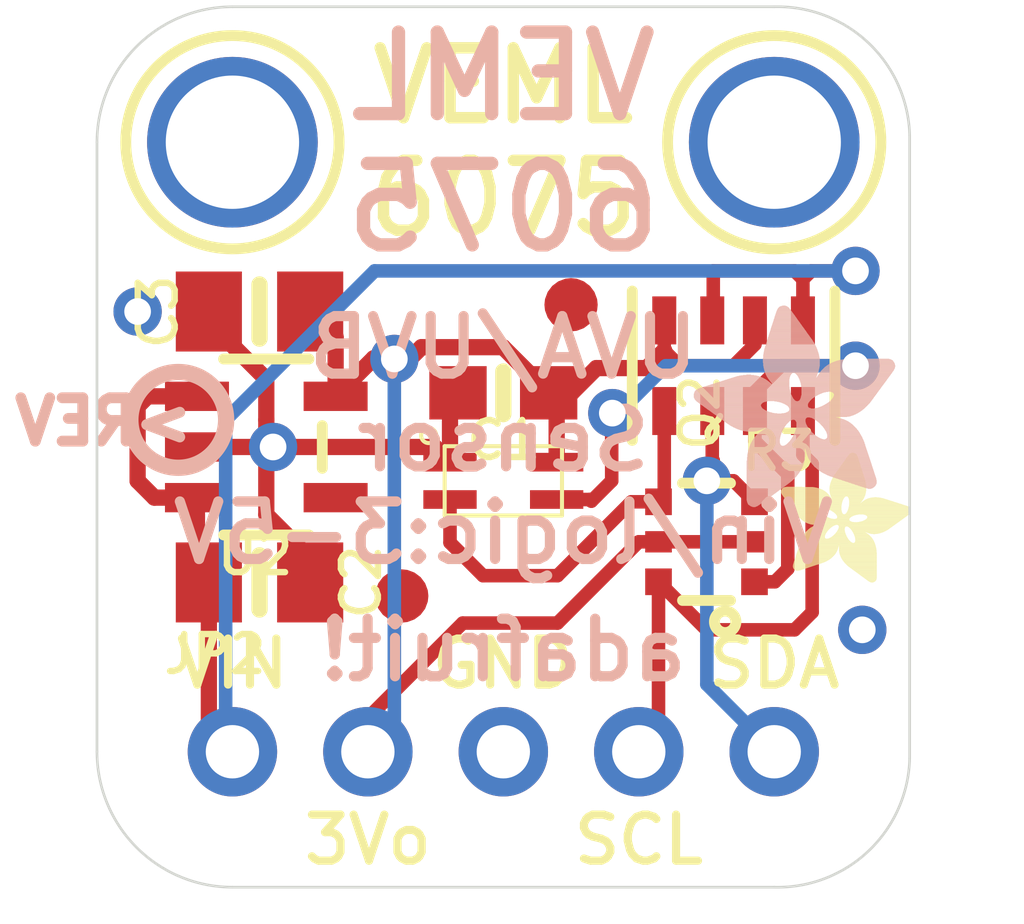
<source format=kicad_pcb>
(kicad_pcb (version 20211014) (generator pcbnew)
  (layers (0 "F.Cu" signal) (31 "B.Cu" signal) (34 "B.Paste" user) (35 "F.Paste" user) (36 "B.SilkS" user "B.Silkscreen") (37 "F.SilkS" user "F.Silkscreen") (38 "B.Mask" user) (39 "F.Mask" user) (44 "Edge.Cuts" user))
  (net 0 "")
  (net 1 "GND")
  (net 2 "SDA")
  (net 3 "SCL")
  (net 4 "VIN")
  (net 5 "SCL_3V")
  (net 6 "SDA_3V")
  (net 7 "3.3V")
  (footprint "boardEagle:FIDUCIAL_1MM" (layer "F.Cu") (at 146.5961 107.7976)
    (fp_text reference "FID2" hide)
    (fp_text value "FIDUCIAL_1MM" hide)
    (pad "1" smd roundrect (at 0 0) (size 1 1) (layers "F.Cu" "F.Mask") (roundrect_rratio 0.5))
  )
  (footprint "boardEagle:0805-NO" (layer "F.Cu") (at 143.9291 107.5436)
    (fp_text reference "C2" (at 1.905 -0.762 90) (layer "F.SilkS") (effects (font (size 0.692831 0.692831) (thickness 0.119969)) (justify right)))
    (fp_text value "10uF")
    (pad "1" smd rect (at -0.95 0) (size 1.24 1.5) (layers "F.Cu" "F.Paste" "F.Mask") (net 4 "VIN"))
    (pad "2" smd rect (at 0.95 0) (size 1.24 1.5) (layers "F.Cu" "F.Paste" "F.Mask") (net 1 "GND"))
  )
  (footprint "boardEagle:SOT23-5" (layer "F.Cu") (at 144.0561 105.0036 -90)
    (fp_text reference "U2" (at 2.032 -0.562) (layer "F.SilkS") (effects (font (size 0.692831 0.692831) (thickness 0.119969)) (justify right)))
    (fp_text value "MIC5225-3.3")
    (pad "1" smd rect (at -0.95 1.3001 270) (size 0.55 1.2) (layers "F.Cu" "F.Paste" "F.Mask") (net 4 "VIN"))
    (pad "2" smd rect (at 0 1.3001 270) (size 0.55 1.2) (layers "F.Cu" "F.Paste" "F.Mask") (net 1 "GND"))
    (pad "3" smd rect (at 0.95 1.3001 270) (size 0.55 1.2) (layers "F.Cu" "F.Paste" "F.Mask") (net 4 "VIN"))
    (pad "4" smd rect (at 0.95 -1.3001 270) (size 0.55 1.2) (layers "F.Cu" "F.Paste" "F.Mask"))
    (pad "5" smd rect (at -0.95 -1.3001 270) (size 0.55 1.2) (layers "F.Cu" "F.Paste" "F.Mask") (net 7 "3.3V"))
  )
  (footprint "boardEagle:0805-NO" (layer "F.Cu") (at 143.9291 102.4636 180)
    (fp_text reference "C3" (at 1.905 -0.762 90) (layer "F.SilkS") (effects (font (size 0.692831 0.692831) (thickness 0.119969)) (justify left)))
    (fp_text value "10uF")
    (pad "1" smd rect (at -0.95 0 180) (size 1.24 1.5) (layers "F.Cu" "F.Paste" "F.Mask") (net 7 "3.3V"))
    (pad "2" smd rect (at 0.95 0 180) (size 1.24 1.5) (layers "F.Cu" "F.Paste" "F.Mask") (net 1 "GND"))
  )
  (footprint "boardEagle:MOUNTINGHOLE_2.5_PLATED" (layer "F.Cu") (at 143.4211 99.2886)
    (fp_text reference "U$3" hide)
    (fp_text value "MOUNTINGHOLE2.5" hide)
    (pad "P$1" thru_hole circle (at 0 0) (size 3.2 3.2) (drill 2.5) (layers *.Cu *.Mask))
  )
  (footprint "boardEagle:MOUNTINGHOLE_2.5_PLATED" (layer "F.Cu") (at 153.5811 99.2886)
    (fp_text reference "U$4" hide)
    (fp_text value "MOUNTINGHOLE2.5" hide)
    (pad "P$1" thru_hole circle (at 0 0) (size 3.2 3.2) (drill 2.5) (layers *.Cu *.Mask))
  )
  (footprint "boardEagle:VEML6075" (layer "F.Cu") (at 148.5011 105.6386)
    (fp_text reference "U$12" hide)
    (fp_text value "VEML6075" hide)
    (pad "1" smd rect (at -1 -0.35) (size 1 0.35) (layers "F.Cu" "F.Paste" "F.Mask") (net 1 "GND"))
    (pad "2" smd rect (at -1 0.35) (size 1 0.35) (layers "F.Cu" "F.Paste" "F.Mask") (net 6 "SDA_3V"))
    (pad "3" smd rect (at 1 0.35) (size 1 0.35) (layers "F.Cu" "F.Paste" "F.Mask") (net 5 "SCL_3V"))
    (pad "4" smd rect (at 1 -0.35) (size 1 0.35) (layers "F.Cu" "F.Paste" "F.Mask") (net 7 "3.3V"))
  )
  (footprint "boardEagle:0603-NO" (layer "F.Cu") (at 148.5011 103.9876 180)
    (fp_text reference "C1" (at -0.762 -0.889) (layer "F.SilkS") (effects (font (size 0.692831 0.692831) (thickness 0.119969)) (justify right)))
    (fp_text value "0.1uF")
    (pad "1" smd rect (at -0.85 0 180) (size 1.075 1) (layers "F.Cu" "F.Paste" "F.Mask") (net 7 "3.3V"))
    (pad "2" smd rect (at 0.85 0 180) (size 1.075 1) (layers "F.Cu" "F.Paste" "F.Mask") (net 1 "GND"))
  )
  (footprint "boardEagle:RESPACK_4X0603" (layer "F.Cu") (at 152.8191 103.4796 180)
    (fp_text reference "R3" (at -1.6 -1.6) (layer "F.SilkS") (effects (font (size 0.692831 0.692831) (thickness 0.119969)) (justify right)))
    (fp_text value "10K")
    (pad "1" smd rect (at -1.3 0.85 180) (size 0.45 0.9) (layers "F.Cu" "F.Paste" "F.Mask") (net 4 "VIN"))
    (pad "2" smd rect (at -0.4 0.85 180) (size 0.45 0.9) (layers "F.Cu" "F.Paste" "F.Mask") (net 7 "3.3V"))
    (pad "3" smd rect (at 0.4 0.85 180) (size 0.45 0.9) (layers "F.Cu" "F.Paste" "F.Mask") (net 4 "VIN"))
    (pad "4" smd rect (at 1.3 0.85 180) (size 0.45 0.9) (layers "F.Cu" "F.Paste" "F.Mask") (net 7 "3.3V"))
    (pad "5" smd rect (at 1.3 -0.85 180) (size 0.45 0.9) (layers "F.Cu" "F.Paste" "F.Mask") (net 6 "SDA_3V"))
    (pad "6" smd rect (at 0.4 -0.85 180) (size 0.45 0.9) (layers "F.Cu" "F.Paste" "F.Mask") (net 2 "SDA"))
    (pad "7" smd rect (at -0.4 -0.85 180) (size 0.45 0.9) (layers "F.Cu" "F.Paste" "F.Mask") (net 5 "SCL_3V"))
    (pad "8" smd rect (at -1.3 -0.85 180) (size 0.45 0.9) (layers "F.Cu" "F.Paste" "F.Mask") (net 3 "SCL"))
  )
  (footprint "boardEagle:1X05_ROUND" (layer "F.Cu") (at 148.5011 110.7186)
    (fp_text reference "JP2" (at -6.4262 -1.8288) (layer "F.SilkS") (effects (font (size 0.692831 0.692831) (thickness 0.119969)) (justify left)))
    (fp_text value "")
    (pad "1" thru_hole circle (at -5.08 0 90) (size 1.6764 1.6764) (drill 1) (layers *.Cu *.Mask) (net 4 "VIN"))
    (pad "2" thru_hole circle (at -2.54 0 90) (size 1.6764 1.6764) (drill 1) (layers *.Cu *.Mask) (net 7 "3.3V"))
    (pad "3" thru_hole circle (at 0 0 90) (size 1.6764 1.6764) (drill 1) (layers *.Cu *.Mask) (net 1 "GND"))
    (pad "4" thru_hole circle (at 2.54 0 90) (size 1.6764 1.6764) (drill 1) (layers *.Cu *.Mask) (net 3 "SCL"))
    (pad "5" thru_hole circle (at 5.08 0 90) (size 1.6764 1.6764) (drill 1) (layers *.Cu *.Mask) (net 2 "SDA"))
  )
  (footprint "boardEagle:SOT363" (layer "F.Cu") (at 152.3111 106.7816 90)
    (fp_text reference "Q2" (at 1.651 -0.127 90) (layer "F.SilkS") (effects (font (size 0.692831 0.692831) (thickness 0.119969)) (justify left)))
    (fp_text value "2N7002D")
    (pad "1" smd rect (at -0.75 0.9 90) (size 0.5 0.5) (layers "F.Cu" "F.Paste" "F.Mask") (net 5 "SCL_3V"))
    (pad "2" smd rect (at 0 0.9 90) (size 0.4 0.5) (layers "F.Cu" "F.Paste" "F.Mask") (net 7 "3.3V"))
    (pad "3" smd rect (at 0.75 0.9 90) (size 0.5 0.5) (layers "F.Cu" "F.Paste" "F.Mask") (net 2 "SDA"))
    (pad "4" smd rect (at 0.75 -0.9 90) (size 0.5 0.5) (layers "F.Cu" "F.Paste" "F.Mask") (net 6 "SDA_3V"))
    (pad "5" smd rect (at 0 -0.9 90) (size 0.4 0.5) (layers "F.Cu" "F.Paste" "F.Mask") (net 7 "3.3V"))
    (pad "6" smd rect (at -0.75 -0.9 90) (size 0.5 0.5) (layers "F.Cu" "F.Paste" "F.Mask") (net 3 "SCL"))
  )
  (footprint "boardEagle:FIDUCIAL_1MM" (layer "F.Cu") (at 149.7711 102.3366)
    (fp_text reference "FID1" hide)
    (fp_text value "FIDUCIAL_1MM" hide)
    (pad "1" smd roundrect (at 0 0) (size 1 1) (layers "F.Cu" "F.Mask") (roundrect_rratio 0.5))
  )
  (footprint "boardEagle:ADAFRUIT_2.5MM" (layer "F.Cu") (at 153.7081 107.5436)
    (fp_text reference "U$8" hide)
    (fp_text value "" hide)
  )
  (footprint "boardEagle:ADAFRUIT_3.5MM" (layer "B.Cu") (at 155.8671 106.1466 180)
    (fp_text reference "U$1" hide)
    (fp_text value "" hide)
  )
  (footprint "boardEagle:PCBFEAT-REV-040" (layer "B.Cu") (at 142.4051 104.4956 180)
    (fp_text reference "U$27" hide)
    (fp_text value "" hide)
    (fp_text user ">REV" (at -0.3556 -0.508) (layer "B.SilkS") (effects (font (size 0.8128 0.8128) (thickness 0.2032)) (justify left bottom mirror)))
  )
  (gr_line (start 153.5811 113.2586) (end 143.4211 113.2586) (layer "Edge.Cuts") (width 0.05))
  (gr_line (start 140.8811 110.7186) (end 140.8811 99.2886) (layer "Edge.Cuts") (width 0.05))
  (gr_arc (start 153.5811 96.7486) (mid 155.350849 97.429049) (end 156.1211 99.1616) (layer "Edge.Cuts") (width 0.05))
  (gr_arc (start 140.8811 99.2886) (mid 141.625049 97.492549) (end 143.4211 96.7486) (layer "Edge.Cuts") (width 0.05))
  (gr_arc (start 143.4211 113.2586) (mid 141.625049 112.514651) (end 140.8811 110.7186) (layer "Edge.Cuts") (width 0.05))
  (gr_arc (start 156.1211 110.8456) (mid 155.350849 112.578151) (end 153.5811 113.2586) (layer "Edge.Cuts") (width 0.05))
  (gr_line (start 156.1211 99.1616) (end 156.1211 110.8456) (layer "Edge.Cuts") (width 0.05))
  (gr_line (start 143.4211 96.7486) (end 153.5811 96.7486) (layer "Edge.Cuts") (width 0.05))
  (gr_text "VEML\n6075" (at 148.5011 99.2886) (layer "B.SilkS") (effects (font (size 1.52908 1.52908) (thickness 0.24892)) (justify mirror)))
  (gr_text "UVA/UVB\nSensor\nVin/logic:3-5V" (at 148.5011 104.8766) (layer "B.SilkS") (effects (font (size 1.0795 1.0795) (thickness 0.1905)) (justify mirror)))
  (gr_text "adafruit!" (at 148.5011 108.8136) (layer "B.SilkS") (effects (font (size 1.0795 1.0795) (thickness 0.1905)) (justify mirror)))
  (gr_text "SDA" (at 153.5811 109.0676) (layer "F.SilkS") (effects (font (size 0.8636 0.8636) (thickness 0.1524))))
  (gr_text "3Vo" (at 145.9611 112.3696) (layer "F.SilkS") (effects (font (size 0.8636 0.8636) (thickness 0.1524))))
  (gr_text "SCL" (at 151.0411 112.3696) (layer "F.SilkS") (effects (font (size 0.8636 0.8636) (thickness 0.1524))))
  (gr_text "VIN" (at 143.4211 109.0676) (layer "F.SilkS") (effects (font (size 0.8636 0.8636) (thickness 0.1524))))
  (gr_text "VEML\n6075" (at 148.5011 99.2886) (layer "F.SilkS") (effects (font (size 1.31064 1.31064) (thickness 0.21336))))
  (gr_text "GND" (at 148.5011 109.0676) (layer "F.SilkS") (effects (font (size 0.8636 0.8636) (thickness 0.1524))))
  (segment (start 144.8791 107.5436) (end 144.8791 107.0966) (width 0.3048) (layer "F.Cu") (net 1))
  (segment (start 144.8791 107.0966) (end 144.0561 106.2736) (width 0.3048) (layer "F.Cu") (net 1))
  (segment (start 147.5011 105.2886) (end 147.5011 104.1376) (width 0.3048) (layer "F.Cu") (net 1))
  (segment (start 144.0561 104.4956) (end 144.0561 103.7336) (width 0.3048) (layer "F.Cu") (net 1))
  (segment (start 147.5011 105.2886) (end 147.2161 105.0036) (width 0.3048) (layer "F.Cu") (net 1))
  (segment (start 142.756 105.0036) (end 144.0561 105.0036) (width 0.3048) (layer "F.Cu") (net 1))
  (segment (start 144.0561 105.0036) (end 144.0561 104.4956) (width 0.3048) (layer "F.Cu") (net 1))
  (segment (start 142.9791 102.6566) (end 142.9791 102.4636) (width 0.3048) (layer "F.Cu") (net 1))
  (segment (start 144.0561 103.7336) (end 142.9791 102.6566) (width 0.3048) (layer "F.Cu") (net 1))
  (segment (start 147.5011 104.1376) (end 147.6511 103.9876) (width 0.3048) (layer "F.Cu") (net 1))
  (segment (start 144.0561 106.2736) (end 144.0561 105.0036) (width 0.3048) (layer "F.Cu") (net 1))
  (segment (start 147.2161 105.0036) (end 144.0561 105.0036) (width 0.3048) (layer "F.Cu") (net 1))
  (via (at 141.6431 102.4636) (size 0.9064) (drill 0.5) (layers "F.Cu" "B.Cu") (net 1))
  (via (at 144.1831 105.0036) (size 0.9064) (drill 0.5) (layers "F.Cu" "B.Cu") (net 1))
  (via (at 155.2321 108.4326) (size 0.9064) (drill 0.5) (layers "F.Cu" "B.Cu") (net 1))
  (segment (start 152.4376 105.2581) (end 152.4376 105.5185) (width 0.254) (layer "F.Cu") (net 2))
  (segment (start 152.8181 105.6386) (end 152.3175 105.6386) (width 0.254) (layer "F.Cu") (net 2))
  (segment (start 152.4191 105.2396) (end 152.4376 105.2581) (width 0.254) (layer "F.Cu") (net 2))
  (segment (start 153.2111 106.0316) (end 152.8181 105.6386) (width 0.254) (layer "F.Cu") (net 2))
  (segment (start 152.4376 105.5185) (end 152.3175 105.6386) (width 0.254) (layer "F.Cu") (net 2))
  (segment (start 152.4191 104.3296) (end 152.4191 105.2396) (width 0.254) (layer "F.Cu") (net 2))
  (via (at 152.3175 105.6386) (size 0.9064) (drill 0.5) (layers "F.Cu" "B.Cu") (net 2))
  (segment (start 152.3175 105.6386) (end 152.3175 109.455) (width 0.254) (layer "B.Cu") (net 2))
  (segment (start 152.3175 109.455) (end 153.5811 110.7186) (width 0.254) (layer "B.Cu") (net 2))
  (segment (start 154.2923 105.322219) (end 154.1191 105.149019) (width 0.254) (layer "F.Cu") (net 3))
  (segment (start 154.1191 105.149019) (end 154.1191 104.3296) (width 0.254) (layer "F.Cu") (net 3))
  (segment (start 151.4111 107.5316) (end 152.3121 108.4326) (width 0.254) (layer "F.Cu") (net 3))
  (segment (start 154.2923 108.1024) (end 154.2923 105.322219) (width 0.254) (layer "F.Cu") (net 3))
  (segment (start 152.3121 108.4326) (end 153.9621 108.4326) (width 0.254) (layer "F.Cu") (net 3))
  (segment (start 153.9621 108.4326) (end 154.2923 108.1024) (width 0.254) (layer "F.Cu") (net 3))
  (segment (start 151.0411 110.7186) (end 151.4111 110.3486) (width 0.254) (layer "F.Cu") (net 3))
  (segment (start 151.4111 110.3486) (end 151.4111 107.5316) (width 0.254) (layer "F.Cu") (net 3))
  (segment (start 141.6431 105.6386) (end 141.6431 104.241607) (width 0.3048) (layer "F.Cu") (net 4))
  (segment (start 142.9791 107.5436) (end 142.756 107.3205) (width 0.3048) (layer "F.Cu") (net 4))
  (segment (start 141.8311 104.053604) (end 141.831103 104.0536) (width 0.3048) (layer "F.Cu") (net 4))
  (segment (start 154.2761 101.7016) (end 154.1191 101.8586) (width 0.254) (layer "F.Cu") (net 4))
  (segment (start 142.756 107.3205) (end 142.756 105.9536) (width 0.3048) (layer "F.Cu") (net 4))
  (segment (start 141.9581 105.9536) (end 141.6431 105.6386) (width 0.3048) (layer "F.Cu") (net 4))
  (segment (start 153.9621 101.701607) (end 153.9621 101.7016) (width 0.254) (layer "F.Cu") (net 4))
  (segment (start 155.1051 101.7016) (end 154.2761 101.7016) (width 0.254) (layer "F.Cu") (net 4))
  (segment (start 152.4381 102.6106) (end 152.4381 101.7016) (width 0.254) (layer "F.Cu") (net 4))
  (segment (start 153.9621 101.7016) (end 152.4381 101.7016) (width 0.254) (layer "F.Cu") (net 4))
  (segment (start 154.1191 101.858607) (end 153.9621 101.701607) (width 0.254) (layer "F.Cu") (net 4))
  (segment (start 142.756 105.9536) (end 141.9581 105.9536) (width 0.3048) (layer "F.Cu") (net 4))
  (segment (start 142.9791 110.2766) (end 142.9791 107.5436) (width 0.3048) (layer "F.Cu") (net 4))
  (segment (start 154.1191 101.8586) (end 154.1191 101.858607) (width 0.254) (layer "F.Cu") (net 4))
  (segment (start 141.6431 104.241607) (end 141.8311 104.053604) (width 0.3048) (layer "F.Cu") (net 4))
  (segment (start 154.1191 101.858607) (end 154.1191 101.858607) (width 0.254) (layer "F.Cu") (net 4))
  (segment (start 154.1191 102.629594) (end 154.1191 101.858607) (width 0.254) (layer "F.Cu") (net 4))
  (segment (start 141.831103 104.0536) (end 142.756 104.0536) (width 0.3048) (layer "F.Cu") (net 4))
  (segment (start 152.4191 102.6296) (end 152.4381 102.6106) (width 0.254) (layer "F.Cu") (net 4))
  (segment (start 143.4211 110.7186) (end 142.9791 110.2766) (width 0.3048) (layer "F.Cu") (net 4))
  (via (at 155.1051 101.7016) (size 0.9064) (drill 0.5) (layers "F.Cu" "B.Cu") (net 4))
  (segment (start 146.0881 101.7016) (end 155.1051 101.7016) (width 0.254) (layer "B.Cu") (net 4))
  (segment (start 143.2941 110.5916) (end 143.4211 110.7186) (width 0.254) (layer "B.Cu") (net 4))
  (segment (start 143.294103 104.495597) (end 143.294103 110.591604) (width 0.254) (layer "B.Cu") (net 4))
  (segment (start 146.0881 101.7016) (end 143.294103 104.495597) (width 0.254) (layer "B.Cu") (net 4))
  (segment (start 143.294103 110.591604) (end 143.4211 110.7186) (width 0.254) (layer "B.Cu") (net 4))
  (segment (start 150.5331 105.6386) (end 150.1521 106.0196) (width 0.254) (layer "F.Cu") (net 5))
  (segment (start 150.1211 105.9886) (end 149.5011 105.9886) (width 0.254) (layer "F.Cu") (net 5))
  (segment (start 153.8351 107.2896) (end 153.5931 107.5316) (width 0.254) (layer "F.Cu") (net 5))
  (segment (start 153.5931 107.5316) (end 153.2111 107.5316) (width 0.254) (layer "F.Cu") (net 5))
  (segment (start 153.7081 103.4796) (end 155.105096 103.4796) (width 0.254) (layer "F.Cu") (net 5))
  (segment (start 153.2191 104.8956) (end 153.8351 105.5116) (width 0.254) (layer "F.Cu") (net 5))
  (segment (start 150.5331 104.3805) (end 150.5331 105.6386) (width 0.254) (layer "F.Cu") (net 5))
  (segment (start 153.2191 103.9686) (end 153.7081 103.4796) (width 0.254) (layer "F.Cu") (net 5))
  (segment (start 150.1521 106.0196) (end 150.1211 105.9886) (width 0.254) (layer "F.Cu") (net 5))
  (segment (start 153.8351 105.5116) (end 153.8351 107.2896) (width 0.254) (layer "F.Cu") (net 5))
  (segment (start 153.2191 104.3296) (end 153.2191 104.8956) (width 0.254) (layer "F.Cu") (net 5))
  (segment (start 150.545 104.3686) (end 150.5331 104.3805) (width 0.254) (layer "F.Cu") (net 5))
  (segment (start 153.2191 104.3296) (end 153.2191 103.9686) (width 0.254) (layer "F.Cu") (net 5))
  (via (at 155.1051 103.4796) (size 0.9064) (drill 0.5) (layers "F.Cu" "B.Cu") (net 5))
  (via (at 150.545 104.3686) (size 0.9064) (drill 0.5) (layers "F.Cu" "B.Cu") (net 5))
  (segment (start 155.1051 103.4796) (end 151.5491 103.4796) (width 0.254) (layer "B.Cu") (net 5))
  (segment (start 150.6601 104.3686) (end 150.545 104.3686) (width 0.254) (layer "B.Cu") (net 5))
  (segment (start 151.5491 103.4796) (end 150.6601 104.3686) (width 0.254) (layer "B.Cu") (net 5))
  (segment (start 147.5011 105.9886) (end 147.5011 106.7976) (width 0.254) (layer "F.Cu") (net 6))
  (segment (start 150.9021 106.0316) (end 151.4111 106.0316) (width 0.254) (layer "F.Cu") (net 6))
  (segment (start 148.120103 107.4166) (end 149.5171 107.4166) (width 0.254) (layer "F.Cu") (net 6))
  (segment (start 147.5011 106.7976) (end 148.120103 107.4166) (width 0.254) (layer "F.Cu") (net 6))
  (segment (start 151.5191 105.9236) (end 151.4111 106.0316) (width 0.254) (layer "F.Cu") (net 6))
  (segment (start 151.5191 104.3296) (end 151.5191 105.9236) (width 0.254) (layer "F.Cu") (net 6))
  (segment (start 149.5171 107.4166) (end 150.9021 106.0316) (width 0.254) (layer "F.Cu") (net 6))
  (segment (start 152.8191 103.4796) (end 151.8031 103.4796) (width 0.254) (layer "F.Cu") (net 7))
  (segment (start 151.4111 106.7816) (end 153.2111 106.7816) (width 0.254) (layer "F.Cu") (net 7))
  (segment (start 153.2191 102.6296) (end 153.2191 103.0796) (width 0.254) (layer "F.Cu") (net 7))
  (segment (start 145.3562 102.9407) (end 144.8791 102.4636) (width 0.3048) (layer "F.Cu") (net 7))
  (segment (start 146.0691 103.3407) (end 146.4691 103.3407) (width 0.3048) (layer "F.Cu") (net 7))
  (segment (start 148.4955 103.132) (end 149.3511 103.9876) (width 0.3048) (layer "F.Cu") (net 7))
  (segment (start 146.745706 103.3526) (end 146.966306 103.132) (width 0.3048) (layer "F.Cu") (net 7))
  (segment (start 146.4691 103.3407) (end 146.4572 103.3526) (width 0.254) (layer "F.Cu") (net 7))
  (segment (start 146.966306 103.132) (end 148.4955 103.132) (width 0.3048) (layer "F.Cu") (net 7))
  (segment (start 149.3511 103.9876) (end 149.782181 103.9876) (width 0.3048) (layer "F.Cu") (net 7))
  (segment (start 149.5011 104.1376) (end 149.3511 103.9876) (width 0.3048) (layer "F.Cu") (net 7))
  (segment (start 151.4111 106.7816) (end 151.0411 106.7816) (width 0.254) (layer "F.Cu") (net 7))
  (segment (start 145.9611 110.0836) (end 145.9611 110.7186) (width 0.254) (layer "F.Cu") (net 7))
  (segment (start 153.2191 103.0796) (end 152.8191 103.4796) (width 0.254) (layer "F.Cu") (net 7))
  (segment (start 151.0411 106.7816) (end 149.5171 108.3056) (width 0.254) (layer "F.Cu") (net 7))
  (segment (start 151.1907 103.524) (end 151.5191 103.1956) (width 0.3048) (layer "F.Cu") (net 7))
  (segment (start 150.245781 103.524) (end 151.1907 103.524) (width 0.3048) (layer "F.Cu") (net 7))
  (segment (start 149.5171 108.3056) (end 147.7391 108.3056) (width 0.254) (layer "F.Cu") (net 7))
  (segment (start 145.3562 104.0536) (end 146.0691 103.3407) (width 0.3048) (layer "F.Cu") (net 7))
  (segment (start 149.5011 105.2886) (end 149.5011 104.1376) (width 0.3048) (layer "F.Cu") (net 7))
  (segment (start 151.5191 103.1956) (end 151.5191 102.6296) (width 0.254) (layer "F.Cu") (net 7))
  (segment (start 147.7391 108.3056) (end 145.9611 110.0836) (width 0.254) (layer "F.Cu") (net 7))
  (segment (start 146.4572 103.3526) (end 146.745706 103.3526) (width 0.3048) (layer "F.Cu") (net 7))
  (segment (start 149.782181 103.9876) (end 150.245781 103.524) (width 0.3048) (layer "F.Cu") (net 7))
  (segment (start 145.3562 104.0536) (end 145.3562 102.9407) (width 0.3048) (layer "F.Cu") (net 7))
  (segment (start 151.8031 103.4796) (end 151.5191 103.1956) (width 0.254) (layer "F.Cu") (net 7))
  (via (at 146.4572 103.3526) (size 0.9064) (drill 0.5) (layers "F.Cu" "B.Cu") (net 7))
  (segment (start 146.4572 103.3526) (end 146.4572 110.2225) (width 0.254) (layer "B.Cu") (net 7))
  (segment (start 146.4572 110.2225) (end 145.9611 110.7186) (width 0.254) (layer "B.Cu") (net 7))
)
</source>
